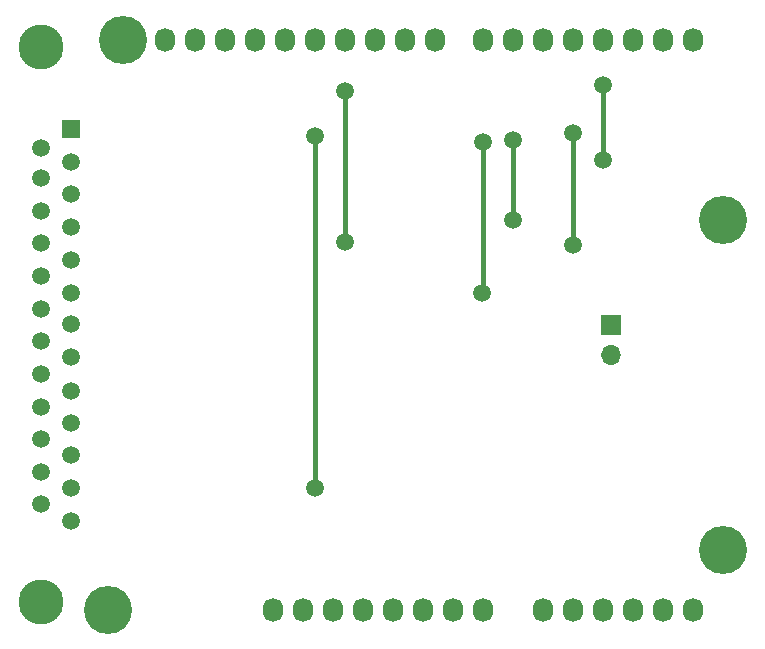
<source format=gbr>
G04 #@! TF.GenerationSoftware,KiCad,Pcbnew,(2017-06-11 revision 44b118f8c)-makepkg*
G04 #@! TF.CreationDate,2017-06-12T04:02:47+02:00*
G04 #@! TF.ProjectId,GRBL_Stepcraft,4752424C5F5374657063726166742E6B,rev?*
G04 #@! TF.FileFunction,Copper,L2,Bot,Signal*
G04 #@! TF.FilePolarity,Positive*
%FSLAX46Y46*%
G04 Gerber Fmt 4.6, Leading zero omitted, Abs format (unit mm)*
G04 Created by KiCad (PCBNEW (2017-06-11 revision 44b118f8c)-makepkg) date 06/12/17 04:02:47*
%MOMM*%
%LPD*%
G01*
G04 APERTURE LIST*
%ADD10C,0.100000*%
%ADD11O,1.700000X1.700000*%
%ADD12R,1.700000X1.700000*%
%ADD13O,1.727200X2.032000*%
%ADD14C,4.064000*%
%ADD15C,1.520000*%
%ADD16R,1.520000X1.520000*%
%ADD17C,3.810000*%
%ADD18C,1.500000*%
%ADD19C,0.381000*%
G04 APERTURE END LIST*
D10*
D11*
X97028000Y-52705000D03*
D12*
X97028000Y-50165000D03*
D13*
X68453000Y-74295000D03*
X70993000Y-74295000D03*
X73533000Y-74295000D03*
X76073000Y-74295000D03*
X78613000Y-74295000D03*
X81153000Y-74295000D03*
X83693000Y-74295000D03*
X86233000Y-74295000D03*
X91313000Y-74295000D03*
X93853000Y-74295000D03*
X96393000Y-74295000D03*
X98933000Y-74295000D03*
X101473000Y-74295000D03*
X104013000Y-74295000D03*
X59309000Y-26035000D03*
X61849000Y-26035000D03*
X64389000Y-26035000D03*
X66929000Y-26035000D03*
X69469000Y-26035000D03*
X72009000Y-26035000D03*
X74549000Y-26035000D03*
X77089000Y-26035000D03*
X79629000Y-26035000D03*
X82169000Y-26035000D03*
X86233000Y-26035000D03*
X88773000Y-26035000D03*
X91313000Y-26035000D03*
X93853000Y-26035000D03*
X96393000Y-26035000D03*
X98933000Y-26035000D03*
X101473000Y-26035000D03*
X104013000Y-26035000D03*
D14*
X54483000Y-74295000D03*
X106553000Y-69215000D03*
X55753000Y-26035000D03*
X106553000Y-41275000D03*
D15*
X48768000Y-65400000D03*
X48768000Y-62610000D03*
X48768000Y-59860000D03*
X48768000Y-57170000D03*
X48768000Y-54330000D03*
X48768000Y-51580000D03*
X48768000Y-48840000D03*
X48768000Y-46050000D03*
X48768000Y-43300000D03*
X48768000Y-40560000D03*
X48768000Y-37760000D03*
X48768000Y-35220000D03*
X51308000Y-66800000D03*
X51308000Y-64000000D03*
X51308000Y-61210000D03*
X51308000Y-58540000D03*
X51308000Y-55750000D03*
X51308000Y-52950000D03*
X51308000Y-50160000D03*
X51308000Y-47490000D03*
X51308000Y-44700000D03*
X51308000Y-41910000D03*
X51308000Y-39110000D03*
X51308000Y-36440000D03*
D16*
X51308000Y-33650000D03*
D17*
X48768000Y-26670000D03*
X48768000Y-73660000D03*
D18*
X74549000Y-30353000D03*
X74549000Y-43180000D03*
X72009000Y-64008000D03*
X72009000Y-34163000D03*
X93853000Y-43434000D03*
X93853000Y-33909000D03*
X86106000Y-47498000D03*
X86233000Y-34671000D03*
X96393000Y-29845000D03*
X96393000Y-36195000D03*
X88773000Y-41275000D03*
X88773000Y-34544000D03*
D19*
X74549000Y-43180000D02*
X74549000Y-30353000D01*
X72009000Y-34163000D02*
X72009000Y-64008000D01*
X93853000Y-33909000D02*
X93853000Y-43434000D01*
X86233000Y-34671000D02*
X86233000Y-47371000D01*
X86233000Y-47371000D02*
X86106000Y-47498000D01*
X96393000Y-36195000D02*
X96393000Y-29845000D01*
X88773000Y-34544000D02*
X88773000Y-41275000D01*
M02*

</source>
